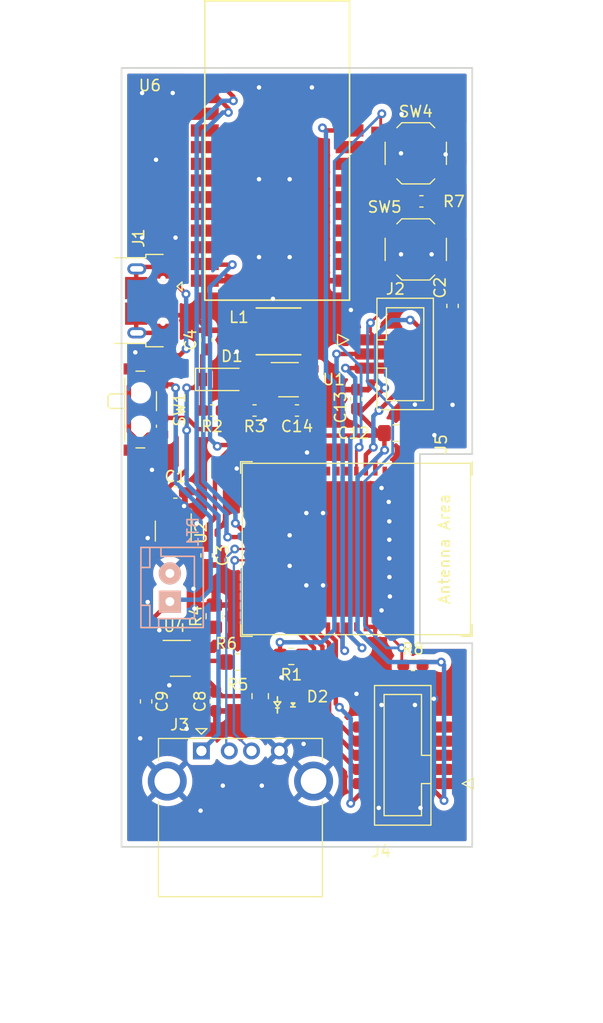
<source format=kicad_pcb>
(kicad_pcb (version 20211014) (generator pcbnew)
  (layers (0 "F.Cu" signal) (31 "B.Cu" signal) (34 "B.Paste" user) (35 "F.Paste" user) (36 "B.SilkS" user "B.Silkscreen") (37 "F.SilkS" user "F.Silkscreen") (38 "B.Mask" user) (39 "F.Mask" user) (44 "Edge.Cuts" user))
  (net 0 "")
  (net 1 "BatteryPower")
  (net 2 "GND")
  (net 3 "SelectedPower")
  (net 4 "VBUSOut")
  (net 5 "ENABLE")
  (net 6 "3_3V")
  (net 7 "Net-(D1-Pad2)")
  (net 8 "unconnected-(J1-Pad6)")
  (net 11 "VBUS")
  (net 12 "Net-(D2-Pad1)")
  (net 14 "/MCU/U0TXD")
  (net 15 "/MCU/U0RXD")
  (net 16 "BOOT")
  (net 17 "/MCU/USB_D-")
  (net 18 "/MCU/USB_D+")
  (net 19 "/MCU/TMS")
  (net 20 "/MCU/TCK")
  (net 21 "/MCU/TDO")
  (net 22 "/MCU/TDI")
  (net 24 "Net-(R4-Pad1)")
  (net 25 "Net-(R2-Pad1)")
  (net 26 "Net-(R7-Pad2)")
  (net 27 "Net-(SW4-Pad1)")
  (net 45 "/MCU/U1TXD")
  (net 46 "/MCU/U1RXD")
  (net 51 "LED")
  (net 52 "Net-(D2-Pad3)")
  (net 53 "Net-(R5-Pad1)")
  (net 54 "CEN")
  (footprint "WiRoc:LED_Dual_1.7_1.6" (layer "F.Cu") (at 120.752 92.22 90)
    (fp_text reference "D2")
    (fp_text value "LED_DUAL_ACCA")
  )
  (footprint "Resistor_SMD:R_0805_2012Metric_Pad1.20x1.40mm_HandSolder" (layer "F.Cu") (at 117.856 91.456 -90)
    (fp_text reference "R5")
    (fp_text value "470")
  )
  (footprint "Resistor_SMD:R_0805_2012Metric_Pad1.20x1.40mm_HandSolder" (layer "F.Cu") (at 115.824 88.392)
    (fp_text reference "R6")
    (fp_text value "470")
  )
  (footprint "Capacitor_SMD:C_0603_1608Metric_Pad1.08x0.95mm_HandSolder" (layer "F.Cu") (at 110.236 73.152)
    (fp_text reference "C1")
    (fp_text value "1uF")
  )
  (footprint "Capacitor_SMD:C_0603_1608Metric_Pad1.08x0.95mm_HandSolder" (layer "F.Cu") (at 113.0452 78.80956 -90)
    (fp_text reference "C3")
    (fp_text value "1uF")
  )
  (footprint "Capacitor_SMD:C_0603_1608Metric_Pad1.08x0.95mm_HandSolder" (layer "F.Cu") (at 113.87328 91.92652 90)
    (fp_text reference "C8")
    (fp_text value "10uF")
  )
  (footprint "Capacitor_SMD:C_0603_1608Metric_Pad1.08x0.95mm_HandSolder" (layer "F.Cu") (at 107.60964 91.9316 -90)
    (fp_text reference "C9")
    (fp_text value "10uF")
  )
  (footprint "WiRoc:USB_Micro-B_Horizontal" (layer "F.Cu") (at 107.52064 55.93268 -90)
    (fp_text reference "J1")
    (fp_text value "USB_B_Micro")
  )
  (footprint "Resistor_SMD:R_0805_2012Metric_Pad1.20x1.40mm_HandSolder" (layer "F.Cu") (at 113.73104 84.27096 90)
    (fp_text reference "R4")
    (fp_text value "2K")
  )
  (footprint "Button_Switch_SMD:SW_SPDT_PCM12" (layer "F.Cu") (at 107.4166 65.69836 -90)
    (fp_text reference "SW1")
    (fp_text value "SW_SPDT")
  )
  (footprint "Package_TO_SOT_SMD:SOT-23-5" (layer "F.Cu") (at 110.048 76.624 -90)
    (fp_text reference "U2")
    (fp_text value "LN1134A332MR-G")
  )
  (footprint "Package_TO_SOT_SMD:SOT-23-5" (layer "F.Cu") (at 110.68812 88.06064)
    (fp_text reference "U4")
    (fp_text value "LP4054HB5F")
  )
  (footprint "Resistor_SMD:R_0805_2012Metric_Pad1.20x1.40mm_HandSolder" (layer "F.Cu") (at 120.65 87.884 180)
    (fp_text reference "R1")
    (fp_text value "470")
  )
  (footprint "Espressif:ESP32-S3-MINI-1" (layer "F.Cu") (at 123.942 78.232 -90)
    (fp_text reference "U5")
    (fp_text value "ESP32-S3-MINI-1")
  )
  (footprint "Diode_SMD:D_SOD-123" (layer "F.Cu") (at 114.3 62.992)
    (fp_text reference "D1")
    (fp_text value "IN5819")
  )
  (footprint "WiRoc:IDC-Header_2x05_P1.27mm_Vertical_SMD" (layer "F.Cu") (at 133.096 99.314 180)
    (fp_text reference "J4")
    (fp_text value "Conn_02x05_Odd_Even")
  )
  (footprint "Capacitor_SMD:C_0603_1608Metric_Pad1.08x0.95mm_HandSolder" (layer "F.Cu") (at 131.572 88.646)
    (fp_text reference "R8")
    (fp_text value "24K-1%")
  )
  (footprint "WiRoc:IDC-Header_2x03_P1.27mm_Vertical_SMD" (layer "F.Cu") (at 128.432 59.436)
    (fp_text reference "J2")
    (fp_text value "Conn_02x03_Odd_Even")
  )
  (footprint "Capacitor_SMD:C_0603_1608Metric_Pad1.08x0.95mm_HandSolder" (layer "F.Cu") (at 121.158 65.786 180)
    (fp_text reference "C14")
    (fp_text value "10uF")
  )
  (footprint "Button_Switch_SMD:SW_SPST_TL3342" (layer "F.Cu") (at 131.826 42.672)
    (fp_text reference "SW4")
    (fp_text value "SW_Push")
  )
  (footprint "Package_TO_SOT_SMD:TSOT-23-6_HandSoldering" (layer "F.Cu") (at 120.396 62.992)
    (fp_text reference "U1")
    (fp_text value "LP6226_SY7208")
  )
  (footprint "Capacitor_SMD:C_0805_2012Metric_Pad1.18x1.45mm_HandSolder" (layer "F.Cu") (at 130.048 67.818)
    (fp_text reference "C12")
    (fp_text value "0.1uF/50V(10%)")
  )
  (footprint "WiRoc:HC-02" (layer "F.Cu") (at 119.38 36.118)
    (fp_text reference "U6")
    (fp_text value "HC-02")
  )
  (footprint "Capacitor_SMD:C_0603_1608Metric_Pad1.08x0.95mm_HandSolder" (layer "F.Cu") (at 117.348 65.786 180)
    (fp_text reference "R3")
    (fp_text value "24K-1%")
  )
  (footprint "Connector_USB:USB_A_CONNFLY_DS1095-WNR0" (layer "F.Cu") (at 112.578 96.3805)
    (fp_text reference "J3")
    (fp_text value "USB_A")
  )
  (footprint "Button_Switch_SMD:SW_SPST_TL3342" (layer "F.Cu") (at 131.826 51.308)
    (fp_text reference "SW5")
    (fp_text value "SW_Push")
  )
  (footprint "Capacitor_SMD:C_0603_1608Metric_Pad1.08x0.95mm_HandSolder" (layer "F.Cu") (at 135.128 56.388 90)
    (fp_text reference "C2")
    (fp_text value "1uF")
  )
  (footprint "Capacitor_SMD:C_0603_1608Metric_Pad1.08x0.95mm_HandSolder" (layer "F.Cu") (at 132.334 46.99 180)
    (fp_text reference "R7")
    (fp_text value "24K-1%")
  )
  (footprint "Capacitor_SMD:C_0603_1608Metric_Pad1.08x0.95mm_HandSolder" (layer "F.Cu") (at 126.492 64.77 90)
    (fp_text reference "C13")
    (fp_text value "10uF")
  )
  (footprint "WiRoc:Inductor_SLW4018" (layer "F.Cu") (at 119.5 58.674 180)
    (fp_text reference "L1")
    (fp_text value "2.2uH-DCR<0.1R-1.5A")
  )
  (footprint "Capacitor_SMD:C_0603_1608Metric_Pad1.08x0.95mm_HandSolder" (layer "F.Cu") (at 113.03 59.436 90)
    (fp_text reference "C4")
    (fp_text value "10uF")
  )
  (footprint "Capacitor_SMD:C_0603_1608Metric_Pad1.08x0.95mm_HandSolder" (layer "F.Cu") (at 113.538 65.786 180)
    (fp_text reference "R2")
    (fp_text value "200K-1%")
  )
  (footprint "WiRoc:JST_2.56" (layer "B.Cu") (at 109.74324 81.69148 90)
    (fp_text reference "BT1")
    (fp_text value "Battery_Cell")
  )
  (gr_line (start 105.4 105) (end 136.9 105) (layer "Edge.Cuts") (width 0.15))
  (gr_line (start 136.9 35) (end 136.9 69.7) (layer "Edge.Cuts") (width 0.15))
  (gr_line (start 105.4 35) (end 105.4 105) (layer "Edge.Cuts") (width 0.15))
  (gr_line (start 136.9 105) (end 136.9 86.7) (layer "Edge.Cuts") (width 0.15))
  (gr_line (start 132.2 69.7) (end 132.2 86.7) (layer "Edge.Cuts") (width 0.15))
  (gr_line (start 132.2 86.7) (end 136.9 86.7) (layer "Edge.Cuts") (width 0.15))
  (gr_line (start 105.4 35) (end 136.9 35) (layer "Edge.Cuts") (width 0.15))
  (gr_line (start 132.2 69.7) (end 136.9 69.7) (layer "Edge.Cuts") (width 0.15))
  (segment (start 107.60964 90.8941) (end 107.70466 90.8941) (width 0.4) (layer "F.Cu") (net 1))
  (segment (start 109.946857 63.44836) (end 108.8466 63.44836) (width 0.4) (layer "F.Cu") (net 1))
  (segment (start 109.74324 82.96148) (end 107.12704 85.57768) (width 0.4) (layer "F.Cu") (net 1))
  (segment (start 110.252497 63.754) (end 109.946857 63.44836) (width 0.4) (layer "F.Cu") (net 1))
  (segment (start 107.12704 90.4115) (end 107.60964 90.8941) (width 0.4) (layer "F.Cu") (net 1))
  (segment (start 107.12704 85.57768) (end 107.12704 90.4115) (width 0.4) (layer "F.Cu") (net 1))
  (segment (start 107.70466 90.8941) (end 109.58812 89.01064) (width 0.4) (layer "F.Cu") (net 1))
  (via (at 110.252497 63.754) (size 0.8) (drill 0.4) (layers "F.Cu" "B.Cu") (net 1))
  (segment (start 110.269481 63.770984) (end 110.269481 72.256537) (width 0.4) (layer "B.Cu") (net 1))
  (segment (start 109.91472 82.79) (end 109.74324 82.96148) (width 0.4) (layer "B.Cu") (net 1))
  (segment (start 113.41 75.397056) (end 113.41 81.86) (width 0.4) (layer "B.Cu") (net 1))
  (segment (start 112.48 82.79) (end 109.91472 82.79) (width 0.4) (layer "B.Cu") (net 1))
  (segment (start 110.269481 72.256537) (end 113.41 75.397056) (width 0.4) (layer "B.Cu") (net 1))
  (segment (start 113.41 81.86) (end 112.48 82.79) (width 0.4) (layer "B.Cu") (net 1))
  (segment (start 110.252497 63.754) (end 110.269481 63.770984) (width 0.4) (layer "B.Cu") (net 1))
  (segment (start 119.861 62.992) (end 120.383 63.514) (width 0.4) (layer "F.Cu") (net 2))
  (segment (start 118.2605 65.786) (end 118.2605 66.621) (width 0.4) (layer "F.Cu") (net 2))
  (segment (start 110.048 74.594) (end 110.048 75.524) (width 0.4) (layer "F.Cu") (net 2))
  (segment (start 120.106 62.972) (end 120.106 61.106) (width 0.4) (layer "F.Cu") (net 2))
  (segment (start 120.106 61.106) (end 119.5 60.5) (width 0.4) (layer "F.Cu") (net 2))
  (segment (start 133.258 60.706) (end 135.007239 60.706) (width 0.4) (layer "F.Cu") (net 2))
  (segment (start 118.2605 66.621) (end 118.28 66.6405) (width 0.4) (layer "F.Cu") (net 2))
  (segment (start 135.007239 60.706) (end 135.95 59.763239) (width 0.4) (layer "F.Cu") (net 2))
  (segment (start 111.844179 57.212679) (end 109.28564 57.212679) (width 0.4) (layer "F.Cu") (net 2))
  (segment (start 111.02 74.37) (end 110.272 74.37) (width 0.4) (layer "F.Cu") (net 2))
  (segment (start 120.383 63.514) (end 120.383 65.786) (width 0.4) (layer "F.Cu") (net 2))
  (segment (start 110.272 74.37) (end 110.048 74.594) (width 0.4) (layer "F.Cu") (net 2))
  (segment (start 113.03 58.3985) (end 111.844179 57.212679) (width 0.4) (layer "F.Cu") (net 2))
  (segment (start 135.95 58.2475) (end 135.128 57.4255) (width 0.4) (layer "F.Cu") (net 2))
  (segment (start 108.65812 88.06064) (end 108.62372 88.02624) (width 0.4) (layer "F.Cu") (net 2))
  (segment (start 109.58812 88.06064) (end 108.65812 88.06064) (width 0.4) (layer "F.Cu") (net 2))
  (segment (start 111.02 73.4055) (end 111.2735 73.152) (width 0.4) (layer "F.Cu") (net 2))
  (segment (start 118.686 62.992) (end 119.861 62.992) (width 0.4) (layer "F.Cu") (net 2))
  (segment (start 118.2605 65.786) (end 120.383 65.786) (width 0.4) (layer "F.Cu") (net 2))
  (segment (start 135.95 59.763239) (end 135.95 58.2475) (width 0.4) (layer "F.Cu") (net 2))
  (segment (start 118.686 62.992) (end 120.086 62.992) (width 0.4) (layer "F.Cu") (net 2))
  (segment (start 111.02 74.37) (end 111.02 73.4055) (width 0.4) (layer "F.Cu") (net 2))
  (segment (start 120.086 62.992) (end 120.106 62.972) (width 0.4) (layer "F.Cu") (net 2))
  (via (at 134.50824 42.76852) (size 0.8) (drill 0.4) (layers "F.Cu" "B.Cu") (net 2))
  (via (at 135.128 65.278) (size 0.8) (drill 0.4) (layers "F.Cu" "B.Cu") (net 2))
  (via (at 133.4516 91.694) (size 0.8) (drill 0.4) (layers "F.Cu" "B.Cu") (net 2))
  (via (at 131.75 92.25) (size 0.8) (drill 0.4) (layers "F.Cu" "B.Cu") (net 2))
  (via (at 111.25 94.39) (size 0.8) (drill 0.4) (layers "F.Cu" "B.Cu") (net 2))
  (via (at 111.95 83.59) (size 0.8) (drill 0.4) (layers "F.Cu" "B.Cu") (net 2))
  (via (at 115.75 71) (size 0.8) (drill 0.4) (layers "F.Cu" "B.Cu") (net 2))
  (via (at 108.13288 71.12) (size 0.8) (drill 0.4) (layers "F.Cu" "B.Cu") (net 2))
  (via (at 107.08 95.25) (size 0.8) (drill 0.4) (layers "F.Cu" "B.Cu") (net 2))
  (via (at 108.79328 85.53196) (size 0.8) (drill 0.4) (layers "F.Cu" "B.Cu") (net 2))
  (via (at 129.46 80.75) (size 0.8) (drill 0.4) (layers "F.Cu" "B.Cu") (net 2))
  (via (at 129.45 79.08) (size 0.8) (drill 0.4) (layers "F.Cu" "B.Cu") (net 2))
  (via (at 119 55.75) (size 0.8) (drill 0.4) (layers "F.Cu" "B.Cu") (net 2))
  (via (at 112.5 101.75) (size 0.8) (drill 0.4) (layers "F.Cu" "B.Cu") (net 2))
  (via (at 132.25 101.5) (size 0.8) (drill 0.4) (layers "F.Cu" "B.Cu") (net 2))
  (via (at 112.16 75.93) (size 0.8) (drill 0.4) (layers "F.Cu" "B.Cu") (net 2))
  (via (at 111.02 74.37) (size 0.8) (drill 0.4) (layers "F.Cu" "B.Cu") (net 2))
  (via (at 129.45 75.75) (size 0.8) (drill 0.4) (layers "F.Cu" "B.Cu") (net 2))
  (via (at 110 37.25) (size 0.8) (drill 0.4) (layers "F.Cu" "B.Cu") (net 2))
  (via (at 126.5 91.25) (size 0.8) (drill 0.4) (layers "F.Cu" "B.Cu") (net 2))
  (via (at 122 75) (size 0.8) (drill 0.4) (layers "F.Cu" "B.Cu") (net 2))
  (via (at 128.75 92.25) (size 0.8) (drill 0.4) (layers "F.Cu" "B.Cu") (net 2))
  (via (at 130.5 42.672) (size 0.8) (drill 0.4) (layers "F.Cu" "B.Cu") (net 2))
  (via (at 133.25 51.75) (size 0.8) (drill 0.4) (layers "F.Cu" "B.Cu") (net 2))
  (via (at 117.75 45) (size 0.8) (drill 0.4) (layers "F.Cu" "B.Cu") (net 2))
  (via (at 121.75 95.75) (size 0.8) (drill 0.4) (layers "F.Cu" "B.Cu") (net 2))
  (via (at 128.5 101.5) (size 0.8) (drill 0.4) (layers "F.Cu" "B.Cu") (net 2))
  (via (at 115.75 60.5) (size 0.8) (drill 0.4) (layers "F.Cu" "B.Cu") (net 2))
  (via (at 130.5 51.75) (size 0.8) (drill 0.4) (layers "F.Cu" "B.Cu") (net 2))
  (via (at 106.64 60.56) (size 0.8) (drill 0.4) (layers "F.Cu" "B.Cu") (net 2))
  (via (at 120.5 52) (size 0.8) (drill 0.4) (layers "F.Cu" "B.Cu") (net 2))
  (via (at 111.86401 81.805296) (size 0.8) (drill 0.4) (layers "F.Cu" "B.Cu") (net 2))
  (via (at 107.25 50.25) (size 0.8) (drill 0.4) (layers "F.Cu" "B.Cu") (net 2))
  (via (at 117.75 52) (size 0.8) (drill 0.4) (layers "F.Cu" "B.Cu") (net 2))
  (via (at 129.5 82.5) (size 0.8) (drill 0.4) (layers "F.Cu" "B.Cu") (net 2))
  (via (at 128.75 83.75) (size 0.8) (drill 0.4) (layers "F.Cu" "B.Cu") (net 2))
  (via (at 128.75 72.75) (size 0.8) (drill 0.4) (layers "F.Cu" "B.Cu") (net 2))
  (via (at 120.5 79.75) (size 0.8) (drill 0.4) (layers "F.Cu" "B.Cu") (net 2))
  (via (at 123.5 75) (size 0.8) (drill 0.4) (layers "F.Cu" "B.Cu") (net 2))
  (via (at 110.25 50.25) (size 0.8) (drill 0.4) (layers "F.Cu" "B.Cu") (net 2))
  (via (at 122 81.5) (size 0.8) (drill 0.4) (layers "F.Cu" "B.Cu") (net 2))
  (via (at 118 99.5) (size 0.8) (drill 0.4) (layers "F.Cu" "B.Cu") (net 2))
  (via (at 129.45 77.4) (size 0.8) (drill 0.4) (layers "F.Cu" "B.Cu") (net 2))
  (via (at 120.5 45) (size 0.8) (drill 0.4) (layers "F.Cu" "B.Cu") (net 2))
  (via (at 119.76 89.78) (size 0.8) (drill 0.4) (layers "F.Cu" "B.Cu") (net 2))
  (via (at 122.5 36.75) (size 0.8) (drill 0.4) (layers "F.Cu" "B.Cu") (net 2))
  (via (at 133.5 68) (size 0.8) (drill 0.4) (layers "F.Cu" "B.Cu") (net 2))
  (via (at 118.28 66.6405) (size 0.8) (drill 0.4) (layers "F.Cu" "B.Cu") (net 2))
  (via (at 108.5 43.25) (size 0.8) (drill 0.4) (layers "F.Cu" "B.Cu") (net 2))
  (via (at 131.75 65.25) (size 0.8) (drill 0.4) (layers "F.Cu" "B.Cu") (net 2))
  (via (at 129.4 74) (size 0.8) (drill 0.4) (layers "F.Cu" "B.Cu") (net 2))
  (via (at 126 56.75) (size 0.8) (drill 0.4) (layers "F.Cu" "B.Cu") (net 2))
  (via (at 109.69 90.48) (size 0.8) (drill 0.4) (layers "F.Cu" "B.Cu") (net 2))
  (via (at 122.06 69.56) (size 0.8) (drill 0.4) (layers "F.Cu" "B.Cu") (net 2))
  (via (at 107.75 83) (size 0.8) (drill 0.4) (layers "F.Cu" "B.Cu") (net 2))
  (via (at 107.25 37.25) (size 0.8) (drill 0.4) (layers "F.Cu" "B.Cu") (net 2))
  (via (at 117.75 36.75) (size 0.8) (drill 0.4) (layers "F.Cu" "B.Cu") (net 2))
  (via (at 107.75 77.25) (size 0.8) (drill 0.4) (layers "F.Cu" "B.Cu") (net 2))
  (via (at 120.5 77) (size 0.8) (drill 0.4) (layers "F.Cu" "B.Cu") (net 2))
  (via (at 123.5 81.5) (size 0.8) (drill 0.4) (layers "F.Cu" "B.Cu") (net 2))
  (via (at 130.55092 39.15156) (size 0.8) (drill 0.4) (layers "F.Cu" "B.Cu") (net 2))
  (via (at 114.5 99.5) (size 0.8) (drill 0.4) (layers "F.Cu" "B.Cu") (net 2))
  (segment (start 120.706 58.968) (end 120.706 62.794) (width 0.4) (layer "F.Cu") (net 3))
  (segment (start 120.279 67.44) (end 121.933 65.786) (width 0.4) (layer "F.Cu") (net 3))
  (segment (start 116.115472 67.44) (end 120.279 67.44) (width 0.4) (layer "F.Cu") (net 3))
  (segment (start 108.93804 66.45356) (end 111.272931 66.45356) (width 0.4) (layer "F.Cu") (net 3))
  (segment (start 121 58.674) (end 120.706 58.968) (width 0.4) (layer "F.Cu") (net 3))
  (segment (start 111.272931 66.45356) (end 112.279371 67.46) (width 0.4) (layer "F.Cu") (net 3))
  (segment (start 120.706 62.794) (end 120.904 62.992) (width 0.4) (layer "F.Cu") (net 3))
  (segment (start 122.106 62.992) (end 122.106 63.942) (width 0.4) (layer "F.Cu") (net 3))
  (segment (start 121.933 65.786) (end 121.933 64.115) (width 0.4) (layer "F.Cu") (net 3))
  (segment (start 116.095472 67.46) (end 116.115472 67.44) (width 0.4) (layer "F.Cu") (net 3))
  (segment (start 121.933 64.115) (end 122.106 63.942) (width 0.4) (layer "F.Cu") (net 3))
  (segment (start 120.904 62.992) (end 122.106 62.992) (width 0.4) (layer "F.Cu") (net 3))
  (segment (start 112.279371 67.46) (end 116.095472 67.46) (width 0.4) (layer "F.Cu") (net 3))
  (segment (start 111.252 63.754) (end 111.888 63.754) (width 0.4) (layer "F.Cu") (net 4))
  (segment (start 111.888 63.754) (end 112.65 62.992) (width 0.4) (layer "F.Cu") (net 4))
  (segment (start 109.1985 75.4235) (end 109.098 75.524) (width 0.4) (layer "F.Cu") (net 4))
  (segment (start 109.1985 73.152) (end 111.252 71.0985) (width 0.4) (layer "F.Cu") (net 4))
  (segment (start 110.998 75.524) (end 110.998 76.002) (width 0.4) (layer "F.Cu") (net 4))
  (segment (start 111.252 71.0985) (end 111.252 67.564) (width 0.4) (layer "F.Cu") (net 4))
  (segment (start 112.6255 65.786) (end 112.6255 63.0165) (width 0.4) (layer "F.Cu") (net 4))
  (segment (start 112.6255 63.0165) (end 112.65 62.992) (width 0.4) (layer "F.Cu") (net 4))
  (segment (start 109.474 76.454) (end 109.098 76.078) (width 0.4) (layer "F.Cu") (net 4))
  (segment (start 110.998 76.002) (end 110.546 76.454) (width 0.4) (layer "F.Cu") (net 4))
  (segment (start 109.1985 73.152) (end 109.1985 75.4235) (width 0.4) (layer "F.Cu") (net 4))
  (segment (start 110.546 76.454) (end 109.474 76.454) (width 0.4) (layer "F.Cu") (net 4))
  (segment (start 112.65 60.8535) (end 113.03 60.4735) (width 0.4) (layer "F.Cu") (net 4))
  (segment (start 109.098 76.078) (end 109.098 75.524) (width 0.4) (layer "F.Cu") (net 4))
  (segment (start 112.65 62.992) (end 112.65 60.8535) (width 0.4) (layer "F.Cu") (net 4))
  (via (at 111.252 67.564) (size 0.8) (drill 0.4) (layers "F.Cu" "B.Cu") (net 4))
  (via (at 111.252 63.754) (size 0.8) (drill 0.4) (layers "F.Cu" "B.Cu") (net 4))
  (segment (start 114.11 94.8485) (end 114.11 75.248528) (width 0.4) (layer "B.Cu") (net 4))
  (segment (start 111.252 72.390528) (end 111.252 67.564) (width 0.4) (layer "B.Cu") (net 4))
  (segment (start 111.252 63.754) (end 111.252 67.564) (width 0.4) (layer "B.Cu") (net 4))
  (segment (start 114.11 75.248528) (end 111.252 72.390528) (width 0.4) (layer "B.Cu") (net 4))
  (segment (start 112.578 96.3805) (end 114.11 94.8485) (width 0.4) (layer "B.Cu") (net 4))
  (segment (start 134.976 55.1985) (end 135.128 55.3505) (width 0.25) (layer "F.Cu") (net 5))
  (segment (start 127.762 57.912) (end 128.676 56.998) (width 0.25) (layer "F.Cu") (net 5))
  (segment (start 130.556 87.122) (end 129.892 86.458) (width 0.25) (layer "F.Cu") (net 5))
  (segment (start 134.976 53.208) (end 134.976 55.1985) (width 0.25) (layer "F.Cu") (net 5))
  (segment (start 128.676 53.208) (end 134.976 53.208) (width 0.25) (layer "F.Cu") (net 5))
  (segment (start 130.572 88.646) (end 130.572 87.138) (width 0.25) (layer "F.Cu") (net 5))
  (segment (start 129.892 86.458) (end 129.892 85.232) (width 0.25) (layer "F.Cu") (net 5))
  (segment (start 128.676 56.998) (end 128.676 53.208) (width 0.25) (layer "F.Cu") (net 5))
  (segment (start 127.762 58.766) (end 128.432 59.436) (width 0.25) (layer "F.Cu") (net 5))
  (segment (start 127.762 57.912) (end 127.762 58.766) (width 0.25) (layer "F.Cu") (net 5))
  (segment (start 130.572 87.138) (end 130.556 87.122) (width 0.25) (layer "F.Cu") (net 5))
  (via (at 130.556 87.122) (size 0.8) (drill 0.4) (layers "F.Cu" "B.Cu") (net 5))
  (via (at 127.762 57.912) (size 0.8) (drill 0.4) (layers "F.Cu" "B.Cu") (net 5))
  (segment (start 127.22 72.179305) (end 129.757 69.642305) (width 0.25) (layer "B.Cu") (net 5))
  (segment (start 129.757 69.642305) (end 129.757 65.504305) (width 0.25) (layer "B.Cu") (net 5))
  (segment (start 127.5 63.247305) (end 127.5 58.174) (width 0.25) (layer "B.Cu") (net 5))
  (segment (start 129.212 87.122) (end 127.22 85.13) (width 0.25) (layer "B.Cu") (net 5))
  (segment (start 127.22 85.13) (end 127.22 72.179305) (width 0.25) (layer "B.Cu") (net 5))
  (segment (start 127.5 58.174) (end 127.762 57.912) (width 0.25) (layer "B.Cu") (net 5))
  (segment (start 129.757 65.504305) (end 127.5 63.247305) (width 0.25) (layer "B.Cu") (net 5))
  (segment (start 130.556 87.122) (end 129.212 87.122) (width 0.25) (layer "B.Cu") (net 5))
  (segment (start 112.942 52.68) (end 112.88 52.618) (width 0.4) (layer "F.Cu") (net 6))
  (segment (start 115.35 52.68) (end 112.942 52.68) (width 0.4) (layer "F.Cu") (net 6))
  (segment (start 115.45 68.89) (end 116.3 68.04) (width 0.4) (layer "F.Cu") (net 6))
  (segment (start 112.99714 77.724) (end 113.0452 77.77206) (width 0.4) (layer "F.Cu") (net 6))
  (segment (start 114.11 68.89) (end 115.45 68.89) (width 0.4) (layer "F.Cu") (net 6))
  (segment (start 133.096 99.314) (end 133.096 99.568) (width 0.4) (layer "F.Cu") (net 6))
  (segment (start 131.318 57.658) (end 131.48 57.658) (width 0.4) (layer "F.Cu") (net 6))
  (segment (start 129.032 69.342) (end 129.0105 69.3205) (width 0.4) (layer "F.Cu") (net 6))
  (segment (start 128.5025 67.818) (end 126.492 65.8075) (width 0.4) (layer "F.Cu") (net 6))
  (segment (start 128.192 70.182) (end 129.032 69.342) (width 0.4) (layer "F.Cu") (net 6))
  (segment (start 133.096 99.568) (end 134.366 100.838) (width 0.4) (layer "F.Cu") (net 6))
  (segment (start 114 69) (end 114.11 68.89) (width 0.4) (layer "F.Cu") (net 6))
  (segment (start 131.48 57.658) (end 133.258 59.436) (width 0.4) (layer "F.Cu") (net 6))
  (segment (start 116.3 68.04) (end 116.364 68.04) (width 0.4) (layer "F.Cu") (net 6))
  (segment (start 113.0452 77.77206) (end 113.0452 76.196971) (width 0.4) (layer "F.Cu") (net 6))
  (segment (start 116.364 68.04) (end 128.7885 68.04) (width 0.4) (layer "F.Cu") (net 6))
  (segment (start 134.112 88.392) (end 132.826 88.392) (width 0.4) (layer "F.Cu") (net 6))
  (segment (start 129.0105 69.3205) (end 129.0105 67.818) (width 0.4) (layer "F.Cu") (net 6))
  (segment (start 128.7885 68.04) (end 129.0105 67.818) (width 0.4) (layer "F.Cu") (net 6))
  (segment (start 132.826 88.392) (end 132.572 88.646) (width 0.4) (layer "F.Cu") (net 6))
  (segment (start 128.192 71.232) (end 128.192 70.182) (width 0.4) (layer "F.Cu") (net 6))
  (segment (start 113.792 70.612) (end 116.364 68.04) (width 0.4) (layer "F.Cu") (net 6))
  (segment (start 113.0452 76.196971) (end 113.792 75.450171) (width 0.4) (layer "F.Cu") (net 6))
  (segment (start 129.0105 67.818) (end 128.5025 67.818) (width 0.4) (layer "F.Cu") (net 6))
  (segment (start 126.9785 65.8075) (end 129.032 63.754) (width 0.4) (layer "F.Cu") (net 6))
  (segment (start 126.492 65.8075) (end 126.9785 65.8075) (width 0.4) (layer "F.Cu") (net 6))
  (segment (start 110.998 77.724) (end 112.99714 77.724) (width 0.4) (layer "F.Cu") (net 6))
  (segment (start 113.792 75.450171) (end 113.792 70.612) (width 0.4) (layer "F.Cu") (net 6))
  (via (at 131.318 57.658) (size 0.8) (drill 0.4) (layers "F.Cu" "B.Cu") (net 6))
  (via (at 134.366 100.838) (size 0.8) (drill 0.4) (layers "F.Cu" "B.Cu") (net 6))
  (via (at 134.112 88.392) (size 0.8) (drill 0.4) (layers "F.Cu" "B.Cu") (net 6))
  (via (at 115.35 52.68) (size 0.8) (drill 0.4) (layers "F.Cu" "B.Cu") (net 6))
  (via (at 129.032 63.754) (size 0.8) (drill 0.4) (layers "F.Cu" "B.Cu") (net 6))
  (via (at 114 69) (size 0.8) (drill 0.4) (layers "F.Cu" "B.Cu") (net 6))
  (via (at 129.032 69.342) (size 0.8) (drill 0.4) (layers "F.Cu" "B.Cu") (net 6))
  (segment (start 129.401371 88.392) (end 134.112 88.392) (width 0.4) (layer "B.Cu") (net 6))
  (segment (start 113.35 54.68) (end 115.35 52.68) (width 0.4) (layer "B.Cu") (net 6))
  (segment (start 129.032 69.342) (end 126.6 71.774) (width 0.4) (layer "B.Cu") (net 6))
  (segment (start 114 69) (end 113.35 68.35) (width 0.4) (layer "B.Cu") (net 6))
  (segment (start 129.032 63.754) (end 128.25 62.972) (width 0.4) (layer "B.Cu") (net 6))
  (segment (start 134.366 88.646) (end 134.112 88.392) (width 0.4) (layer "B.Cu") (net 6))
  (segment (start 126.6 85.590629) (end 129.401371 88.392) (width 0.4) (layer "B.Cu") (net 6))
  (segment (start 113.35 68.35) (end 113.35 54.68) (width 0.4) (layer "B.Cu") (net 6))
  (segment (start 134.366 100.838) (end 134.366 88.646) (width 0.4) (layer "B.Cu") (net 6))
  (segment (start 129.692 57.658) (end 131.318 57.658) (width 0.4) (layer "B.Cu") (net 6))
  (segment (start 126.6 71.774) (end 126.6 85.590629) (width 0.4) (layer "B.Cu") (net 6))
  (segment (start 128.25 59.1) (end 129.692 57.658) (width 0.4) (layer "B.Cu") (net 6))
  (segment (start 128.25 62.972) (end 128.25 59.1) (width 0.4) (layer "B.Cu") (net 6))
  (segment (start 116.9 62.042) (end 115.95 62.992) (width 0.4) (layer "F.Cu") (net 7))
  (segment (start 118.686 62.042) (end 118 61.356) (width 0.4) (layer "F.Cu") (net 7))
  (segment (start 118 61.356) (end 118 58.674) (width 0.4) (layer "F.Cu") (net 7))
  (segment (start 118.686 62.042) (end 116.9 62.042) (width 0.4) (layer "F.Cu") (net 7))
  (segment (start 106.72064 57.08268) (end 106.72064 58.75768) (width 0.4) (layer "F.Cu") (net 8))
  (segment (start 106.72064 54.78268) (end 106.72064 53.10768) (width 0.4) (layer "F.Cu") (net 8))
  (segment (start 106.94564 52.88268) (end 106.77064 53.05768) (width 0.4) (layer "F.Cu") (net 8))
  (segment (start 106.72064 53.10768) (end 106.77064 53.05768) (width 0.4) (layer "F.Cu") (net 8))
  (segment (start 106.77064 58.80768) (end 109.09564 58.80768) (width 0.4) (layer "F.Cu") (net 8))
  (segment (start 109.33564 52.88268) (end 106.94564 52.88268) (width 0.4) (layer "F.Cu") (net 8))
  (segment (start 109.09564 58.80768) (end 109.32064 59.03268) (width 0.4) (layer "F.Cu") (net 8))
  (segment (start 106.72064 54.78268) (end 106.72064 57.08268) (width 0.4) (layer "F.Cu") (net 8))
  (segment (start 106.72064 58.75768) (end 106.77064 58.80768) (width 0.4) (layer "F.Cu") (net 8))
  (segment (start 111.78812 89.01064) (end 112.12464 89.01064) (width 0.4) (layer "F.Cu") (net 11))
  (segment (start 107.04068 62.614282) (end 107.04068 61.52768) (width 0.4) (layer "F.Cu") (net 11))
  (segment (start 107.78804 67.95356) (end 108.93804 67.95356) (width 0.4) (layer "F.Cu") (net 11))
  (segment (start 106.75 94.25) (end 106.426 93.926) (width 0.4) (layer "F.Cu") (net 11))
  (segment (start 110.51064 54.64064) (end 111.19 55.32) (width 0.4) (layer "F.Cu") (net 11))
  (segment (start 106.426 70.60896) (end 106.7866 70.24836) (width 0.4) (layer "F.Cu") (net 11))
  (segment (start 120.126 91.456) (end 120.162 91.42) (width 0.4) (layer "F.Cu") (net 11))
  (segment (start 111.78812 89.01064) (end 111.78812 90.96188) (width 0.4) (layer "F.Cu") (net 11))
  (segment (start 113.87328 90.88902) (end 114.44026 91.456) (width 0.4) (layer "F.Cu") (net 11))
  (segment (start 106.06024 67.669636) (end 106.06024 63.594722) (width 0.4) (layer "F.Cu") (net 11))
  (segment (start 106.7866 70.24836) (end 106.7866 68.955) (width 0.4) (layer "F.Cu") (net 11))
  (segment (start 106.06024 63.594722) (end 107.04068 62.614282) (width 0.4) (layer "F.Cu") (net 11))
  (segment (start 107.7468 60.82156) (end 110.62844 60.82156) (width 0.4) (layer "F.Cu") (net 11))
  (segment (start 107.26928 68.47232) (end 107.78804 67.95356) (width 0.4) (layer "F.Cu") (net 11))
  (segment (start 114.44026 91.456) (end 120.126 91.456) (width 0.4) (layer "F.Cu") (net 11))
  (segment (start 106.862924 68.47232) (end 106.06024 67.669636) (width 0.4) (layer "F.Cu") (net 11))
  (segment (start 110.62844 60.82156) (end 111.205 60.245) (width 0.4) (layer "F.Cu") (net 11))
  (segment (start 107.04068 61.52768) (end 107.7468 60.82156) (width 0.4) (layer "F.Cu") (net 11))
  (segment (start 107.26928 68.47232) (end 106.862924 68.47232) (width 0.4) (layer "F.Cu") (net 11))
  (segment (start 113.87328 90.75928) (end 113.87328 90.90152) (width 0.4) (layer "F.Cu") (net 11))
  (segment (start 110.51064 54.63268) (end 109.28564 54.63268) (width 0.4) (layer "F.Cu") (net 11))
  (segment (start 106.426 93.926) (end 106.426 70.60896) (width 0.4) (layer "F.Cu") (net 11))
  (segment (start 110.51064 54.63268) (end 110.51064 54.64064) (width 0.4) (layer "F.Cu") (net 11))
  (segment (start 106.7866 68.955) (end 107.26928 68.47232) (width 0.4) (layer "F.Cu") (net 11))
  (segment (start 108.5 94.25) (end 106.75 94.25) (width 0.4) (layer "F.Cu") (net 11))
  (segment (start 111.78812 90.96188) (end 108.5 94.25) (width 0.4) (layer "F.Cu") (net 11))
  (segment (start 112.12464 89.01064) (end 113.87328 90.75928) (width 0.4) (layer "F.Cu") (net 11))
  (via (at 111.205 60.245) (size 0.8) (drill 0.4) (layers "F.Cu" "B.Cu") (net 11))
  (via (at 111.19 55.32) (size 0.8) (drill 0.4) (layers "F.Cu" "B.Cu") (net 11))
  (segment (start 111.19 55.32) (end 111.205 55.335) (width 0.4) (layer "B.Cu") (net 11))
  (segment (start 111.205 55.335) (end 111.205 60.245) (width 0.4) (layer "B.Cu") (net 11))
  (segment (start 121.342 88.217) (end 121.675 87.884) (width 0.4) (layer "F.Cu") (net 12))
  (segment (start 121.342 91.42) (end 121.342 88.217) (width 0.4) (layer "F.Cu") (net 12))
  (segment (start 124.714 60.706) (end 128.432 60.706) (width 0.4) (layer "F.Cu") (net 14))
  (segment (start 125.244 87.122) (end 125.244 87.1765) (width 0.4) (layer "F.Cu") (net 14))
  (segment (start 124.792 85.232) (end 124.792 85.784944) (width 0.4) (layer "F.Cu") (net 14))
  (segment (start 124.792 85.784944) (end 125.244 86.236944) (width 0.4) (layer "F.Cu") (net 14))
  (segment (start 125.244 87.1765) (end 125.4435 87.376) (width 0.4) (layer "F.Cu") (net 14))
  (segment (start 125.244 86.236944) (end 125.244 87.122) (width 0.4) (layer "F.Cu") (net 14))
  (via (at 125.4435 87.376) (size 0.8) (drill 0.4) (layers "F.Cu" "B.Cu") (net 14))
  (via (at 124.714 60.706) (size 0.8) (drill 0.4) (layers "F.Cu" "B.Cu") (net 14))
  (segment (start 125.26 62.853871) (end 125.26 87.1925) (width 0.4) (layer "B.Cu") (net 14))
  (segment (start 124.714 62.307871) (end 125.26 62.853871) (width 0.4) (layer "B.Cu") (net 14))
  (segment (start 125.26 87.1925) (end 125.4435 87.376) (width 0.4) (layer "B.Cu") (net 14))
  (segment (start 124.714 60.706) (end 124.714 62.307871) (width 0.4) (layer "B.Cu") (net 14))
  (segment (start 125.5135 61.976) (end 128.432 61.976) (width 0.4) (layer "F.Cu") (net 15))
  (segment (start 125.642 85.232) (end 125.642 85.764) (width 0.4) (layer "F.Cu") (net 15))
  (segment (start 125.642 85.764) (end 127 87.122) (width 0.4) (layer "F.Cu") (net 15))
  (via (at 125.5135 61.976) (size 0.8) (drill 0.4) (layers "F.Cu" "B.Cu") (net 15))
  (via (at 127 87.122) (size 0.8) (drill 0.4) (layers "F.Cu" "B.Cu") (net 15))
  (segment (start 126.39 62.8525) (end 125.5135 61.976) (width 0.4) (layer "B.Cu") (net 15))
  (segment (start 127 87.122) (end 125.946 86.068) (width 0.4) (layer "B.Cu") (net 15))
  (segment (start 125.946 86.068) (end 125.946 68.344) (width 0.4) (layer "B.Cu") (net 15))
  (segment (start 126.39 67.9) (end 126.39 62.8525) (width 0.4) (layer "B.Cu") (net 15))
  (segment (start 125.946 68.344) (end 126.39 67.9) (width 0.4) (layer "B.Cu") (net 15))
  (segment (start 128.016 69.088) (end 127.342 69.762) (width 0.4) (layer "F.Cu") (net 16))
  (segment (start 132.334 61.976) (end 128.524 65.786) (width 0.4) (layer "F.Cu") (net 16))
  (segment (start 133.258 61.976) (end 132.334 61.976) (width 0.4) (layer "F.Cu") (net 16))
  (segment (start 127.342 69.762) (end 127.342 71.232) (width 0.4) (layer "F.Cu") (net 16))
  (via (at 128.524 65.786) (size 0.8) (drill 0.4) (layers "F.Cu" "B.Cu") (net 16))
  (via (at 128.016 69.088) (size 0.8) (drill 0.4) (layers "F.Cu" "B.Cu") (net 16))
  (segment (start 128.016 69.088) (end 128.016 66.294) (width 0.4) (layer "B.Cu") (net 16))
  (segment (start 128.016 66.294) (end 128.524 65.786) (width 0.4) (layer "B.Cu") (net 16))
  (segment (start 115.57 78.232) (end 116.942 78.232) (width 0.2) (layer "F.Cu") (net 17))
  (via (at 115.57 78.232) (size 0.8) (drill 0.4) (layers "F.Cu" "B.Cu") (net 17))
  (segment (start 114.808 78.994) (end 115.57 78.232) (width 0.2) (layer "B.Cu") (net 17))
  (segment (start 114.808 96.1105) (end 114.808 78.994) (width 0.2) (layer "B.Cu") (net 17))
  (segment (start 115.078 96.3805) (end 114.808 96.1105) (width 0.2) (layer "B.Cu") (net 17))
  (segment (start 116.776 79.248) (end 116.942 79.082) (width 0.2) (layer "F.Cu") (net 18))
  (segment (start 115.57 79.248) (end 116.776 79.248) (width 0.2) (layer "F.Cu") (net 18))
  (via (at 115.57 79.248) (size 0.8) (drill 0.4) (layers "F.Cu" "B.Cu") (net 18))
  (segment (start 117.078 96.3805) (end 115.49 94.7925) (width 0.2) (layer "B.Cu") (net 18))
  (segment (start 115.49 94.7925) (end 115.49 79.328) (width 0.2) (layer "B.Cu") (net 18))
  (segment (start 115.49 79.328) (end 115.57 79.248) (width 0.2) (layer "B.Cu") (net 18))
  (segment (start 124.968 92.456) (end 124.644 92.132) (width 0.4) (layer "F.Cu") (net 19))
  (segment (start 128.27 99.314) (end 127.762 99.314) (width 0.4) (layer "F.Cu") (net 19))
  (segment (start 124.644 92.132) (end 124.644 86.485472) (width 0.4) (layer "F.Cu") (net 19))
  (segment (start 127.762 99.314) (end 125.984 101.092) (width 0.4) (layer "F.Cu") (net 19))
  (segment (start 123.942 85.783472) (end 123.942 85.232) (width 0.4) (layer "F.Cu") (net 19))
  (segment (start 124.644 86.485472) (end 123.942 85.783472) (width 0.4) (layer "F.Cu") (net 19))
  (via (at 124.968 92.456) (size 0.8) (drill 0.4) (layers "F.Cu" "B.Cu") (net 19))
  (via (at 125.984 101.092) (size 0.8) (drill 0.4) (layers "F.Cu" "B.Cu") (net 19))
  (segment (start 125.984 93.472) (end 125.984 101.092) (width 0.4) (layer "B.Cu") (net 19))
  (segment (start 124.968 92.456) (end 125.984 93.472) (width 0.4) (layer "B.Cu") (net 19))
  (segment (start 122.682 87.122) (end 121.392 85.832) (width 0.4) (layer "F.Cu") (net 20))
  (segment (start 128.27 98.044) (end 126.492 98.044) (width 0.4) (layer "F.Cu") (net 20))
  (segment (start 122.682 94.234) (end 122.682 87.122) (width 0.4) (layer "F.Cu") (net 20))
  (segment (start 121.392 85.832) (end 121.392 85.232) (width 0.4) (layer "F.Cu") (net 20))
  (segment (start 126.492 98.044) (end 122.682 94.234) (width 0.4) (layer "F.Cu") (net 20))
  (segment (start 123.444 86.982528) (end 122.242 85.780528) (width 0.4) (layer "F.Cu") (net 21))
  (segment (start 126.520761 96.774) (end 123.444 93.697239) (width 0.4) (layer "F.Cu") (net 21))
  (segment (start 128.27 96.774) (end 126.520761 96.774) (width 0.4) (layer "F.Cu") (net 21))
  (segment (start 123.444 93.697239) (end 123.444 86.982528) (width 0.4) (layer "F.Cu") (net 21))
  (segment (start 122.242 85.780528) (end 122.242 85.232) (width 0.4) (layer "F.Cu") (net 21))
  (segment (start 124.044 93.027239) (end 124.044 86.734) (width 0.4) (layer "F.Cu") (net 22))
  (segment (start 128.27 95.504) (end 126.520761 95.504) (width 0.4) (layer "F.Cu") (net 22))
  (segment (start 123.092 85.782) (end 123.092 85.232) (width 0.4) (layer "F.Cu") (net 22))
  (segment (start 124.044 86.734) (end 123.092 85.782) (width 0.4) (layer "F.Cu") (net 22))
  (segment (start 126.520761 95.504) (end 124.044 93.027239) (width 0.4) (layer "F.Cu") (net 22))
  (segment (start 111.91636 87.11064) (end 113.73104 85.29596) (width 0.4) (layer "F.Cu") (net 24))
  (segment (start 111.78812 87.11064) (end 111.91636 87.11064) (width 0.4) (layer "F.Cu") (net 24))
  (segment (start 118.686 63.942) (end 118.2795 63.942) (width 0.4) (layer "F.Cu") (net 25))
  (segment (start 118.2795 63.942) (end 116.4355 65.786) (width 0.4) (layer "F.Cu") (net 25))
  (segment (start 114.4505 65.786) (end 116.4355 65.786) (width 0.4) (layer "F.Cu") (net 25))
  (segment (start 126.98 48.118) (end 128.108 46.99) (width 0.4) (layer "F.Cu") (net 26))
  (segment (start 125.88 48.118) (end 126.98 48.118) (width 0.4) (layer "F.Cu") (net 26))
  (segment (start 128.108 46.99) (end 131.334 46.99) (width 0.4) (layer "F.Cu") (net 26))
  (segment (start 128.676 40.772) (end 128.676 39.218) (width 0.25) (layer "F.Cu") (net 27))
  (segment (start 126.492 69.342) (end 126.746 69.088) (width 0.25) (layer "F.Cu") (net 27))
  (segment (start 134.976 40.772) (end 128.676 40.772) (width 0.25) (layer "F.Cu") (net 27))
  (segment (start 128.676 39.218) (end 128.778 39.116) (width 0.25) (layer "F.Cu") (net 27))
  (segment (start 126.492 71.232) (end 126.492 69.342) (width 0.25) (layer "F.Cu") (net 27))
  (via (at 128.778 39.116) (size 0.8) (drill 0.4) (layers "F.Cu" "B.Cu") (net 27))
  (via (at 126.746 69.088) (size 0.8) (drill 0.4) (layers "F.Cu" "B.Cu") (net 27))
  (segment (start 126.915 68.919) (end 126.915 61.881695) (width 0.25) (layer "B.Cu") (net 27))
  (segment (start 124.5 43.394) (end 128.778 39.116) (width 0.25) (layer "B.Cu") (net 27))
  (segment (start 126.746 69.088) (end 126.915 68.919) (width 0.25) (layer "B.Cu") (net 27))
  (segment (start 126.915 61.881695) (end 124.5 59.466695) (width 0.25) (layer "B.Cu") (net 27))
  (segment (start 124.5 59.466695) (end 124.5 43.394) (width 0.25) (layer "B.Cu") (net 27))
  (segment (start 115 38.638) (end 113.98 37.618) (width 0.4) (layer "F.Cu") (net 45))
  (segment (start 113.98 37.618) (end 112.88 37.618) (width 0.4) (layer "F.Cu") (net 45))
  (segment (start 115 39) (end 115 38.638) (width 0.4) (layer "F.Cu") (net 45))
  (segment (start 116.242 76.532) (end 115.63 75.92) (width 0.4) (layer "F.Cu") (net 45))
  (segment (start 116.942 76.532) (end 116.242 76.532) (width 0.4) (layer "F.Cu") (net 45))
  (via (at 115.63 75.92) (size 0.8) (drill 0.4) (layers "F.Cu" "B.Cu") (net 45))
  (via (at 115 39) (size 0.8) (drill 0.4) (layers "F.Cu" "B.Cu") (net 45))
  (segment (start 114.5 39) (end 112.75 40.75) (width 0.4) (layer "B.Cu") (net 45))
  (segment (start 112.75 72.151472) (end 115.63 75.031472) (width 0.4) (layer "B.Cu") (net 45))
  (segment (start 112.75 40.75) (end 112.75 72.151472) (width 0.4) (layer "B.Cu") (net 45))
  (segment (start 115 39) (end 114.5 39) (width 0.4) (layer "B.Cu") (net 45))
  (segment (start 115.63 75.031472) (end 115.63 75.92) (width 0.4) (layer "B.Cu") (net 45))
  (segment (start 114.93 77.16) (end 116.72 77.16) (width 0.4) (layer "F.Cu") (net 46))
  (segment (start 115.445814 37.583814) (end 113.98 36.118) (width 0.4) (layer "F.Cu") (net 46))
  (segment (start 116.72 77.16) (end 116.942 77.382) (width 0.4) (layer "F.Cu") (net 46))
  (segment (start 115.445814 37.95315) (end 115.445814 37.583814) (width 0.4) (layer "F.Cu") (net 46))
  (segment (start 113.98 36.118) (end 112.88 36.118) (width 0.4) (layer "F.Cu") (net 46))
  (via (at 115.445814 37.95315) (size 0.8) (drill 0.4) (layers "F.Cu" "B.Cu") (net 46))
  (via (at 114.93 77.16) (size 0.8) (drill 0.4) (layers "F.Cu" "B.Cu") (net 46))
  (segment (start 112.15 40.218629) (end 112.15 72.4) (width 0.4) (layer "B.Cu") (net 46))
  (segment (start 114.83 77.06) (end 114.93 77.16) (width 0.4) (layer "B.Cu") (net 46))
  (segment (start 112.15 72.4) (end 114.83 75.08) (width 0.4) (layer "B.Cu") (net 46))
  (segment (start 114.415479 37.95315) (end 112.15 40.218629) (width 0.4) (layer "B.Cu") (net 46))
  (segment (start 115.445814 37.95315) (end 114.415479 37.95315) (width 0.4) (layer "B.Cu") (net 46))
  (segment (start 114.83 75.08) (end 114.83 77.06) (width 0.4) (layer "B.Cu") (net 46))
  (segment (start 123.676 40.618) (end 123.444 40.386) (width 0.4) (layer "F.Cu") (net 51))
  (segment (start 119.634 86.614) (end 119.634 87.875) (width 0.4) (layer "F.Cu") (net 51))
  (segment (start 125.88 40.618) (end 123.676 40.618) (width 0.4) (layer "F.Cu") (net 51))
  (via (at 119.634 86.614) (size 0.8) (drill 0.4) (layers "F.Cu" "B.Cu") (net 51))
  (via (at 123.444 40.386) (size 0.8) (drill 0.4) (layers "F.Cu" "B.Cu") (net 51))
  (segment (start 123.76 62.51) (end 124.52 63.27) (width 0.4) (layer "B.Cu") (net 51))
  (segment (start 123.386 86.614) (end 119.634 86.614) (width 0.4) (layer "B.Cu") (net 51))
  (segment (start 123.76 40.702) (end 123.76 62.51) (width 0.4) (layer "B.Cu") (net 51))
  (segment (start 124.52 63.27) (end 124.52 85.48) (width 0.4) (layer "B.Cu") (net 51))
  (segment (start 123.444 40.386) (end 123.76 40.702) (width 0.4) (layer "B.Cu") (net 51))
  (segment (start 124.52 85.48) (end 123.386 86.614) (width 0.4) (layer "B.Cu") (net 51))
  (segment (start 120.162 93.02) (end 118.42 93.02) (width 0.4) (layer "F.Cu") (net 52))
  (segment (start 118.42 93.02) (end 117.856 92.456) (width 0.4) (layer "F.Cu") (net 52))
  (segment (start 117.856 89.424) (end 116.824 88.392) (width 0.4) (layer "F.Cu") (net 53))
  (segment (start 117.856 90.456) (end 117.856 89.424) (width 0.4) (layer "F.Cu") (net 53))
  (segment (start 110.13312 87.11064) (end 111.30812 88.28564) (width 0.4) (layer "F.Cu") (net 54))
  (segment (start 109.58812 87.11064) (end 110.13312 87.11064) (width 0.4) (layer "F.Cu") (net 54))
  (segment (start 114.71764 88.28564) (end 114.824 88.392) (width 0.4) (layer "F.Cu") (net 54))
  (segment (start 111.30812 88.28564) (end 114.71764 88.28564) (width 0.4) (layer "F.Cu") (net 54))
  (zone (net 2) (net_name "GND") (layer "F.Cu") (connect_pads (clearance 0.508)) (min_thickness 0.254) (fill yes (thermal_gap 0.508) (thermal_bridge_width 0.508))
    (polygon (pts (xy 94.488 29.464) (xy 146.20748 30.15488) (xy 148.65604 108.79836) (xy 95.29572 108.67644)))
  )
  (zone (net 2) (net_name "GND") (layer "B.Cu") (connect_pads (clearance 0.508)) (min_thickness 0.254) (fill yes (thermal_gap 0.508) (thermal_bridge_width 0.508))
    (polygon (pts (xy 99.57816 32.66948) (xy 141.097 33.0454) (xy 144.2466 118.29796) (xy 98.73996 120.84304)))
  )
)
</source>
